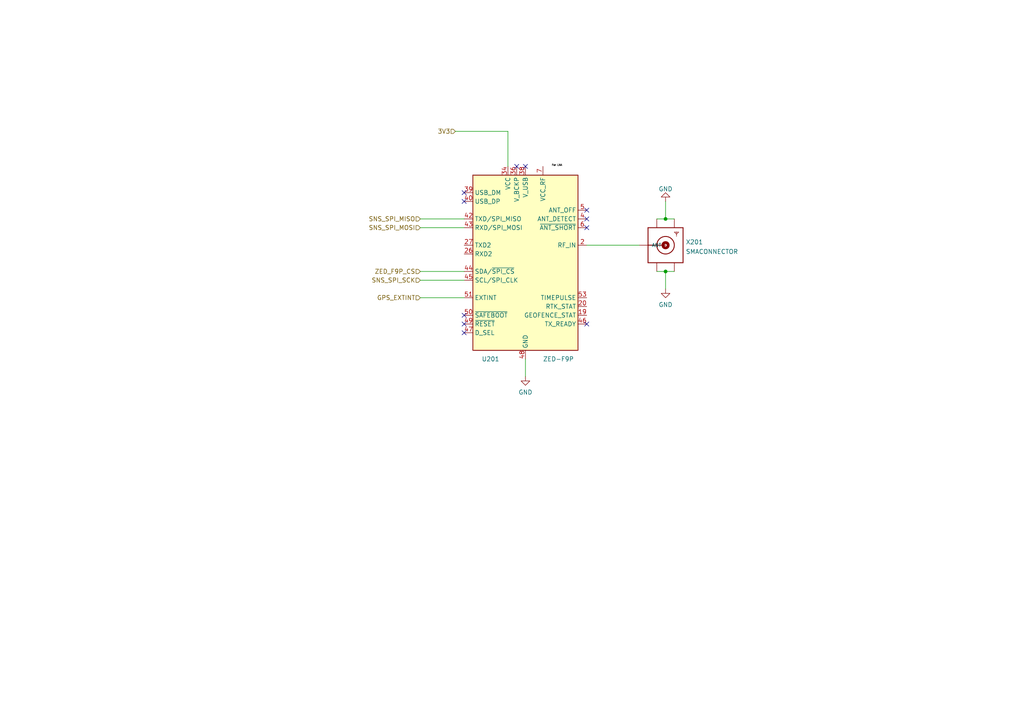
<source format=kicad_sch>
(kicad_sch (version 20211123) (generator eeschema)
  (paper "A4")
  (lib_symbols
    (symbol "RF_GPS:ZED-F9P"
      (property "Reference" "U" (at -13.97 26.67 0))
      (property "Value" "ZED-F9P" (at 11.43 26.67 0))
      (symbol "ZED-F9P_0_1"
        (rectangle (start -15.24 25.4) (end 15.24 -25.4) (stroke (width 0.254)) (fill (type background)))
      )
      (symbol "ZED-F9P_1_1"
        (pin passive line (at 0 -27.94 90) (length 2.54) hide (name "GND") (number "1"))
        (pin no_connect line (at -15.24 7.62 0) (length 2.54) hide (name "Reserved") (number "10"))
        (pin no_connect line (at -15.24 0 0) (length 2.54) hide (name "Reserved") (number "11"))
        (pin passive line (at 0 -27.94 90) (length 2.54) hide (name "GND") (number "12"))
        (pin no_connect line (at -15.24 -7.62 0) (length 2.54) hide (name "Reserved") (number "13"))
        (pin passive line (at 0 -27.94 90) (length 2.54) hide (name "GND") (number "14"))
        (pin no_connect line (at -15.24 -12.7 0) (length 2.54) hide (name "Reserved") (number "15"))
        (pin no_connect line (at -7.62 -25.4 90) (length 2.54) hide (name "Reserved") (number "16"))
        (pin no_connect line (at -5.08 -25.4 90) (length 2.54) hide (name "Reserved") (number "17"))
        (pin no_connect line (at -2.54 -25.4 90) (length 2.54) hide (name "Reserved") (number "18"))
        (pin output line (at 17.78 -15.24 180) (length 2.54) (name "GEOFENCE_STAT") (number "19"))
        (pin input line (at 17.78 5.08 180) (length 2.54) (name "RF_IN") (number "2"))
        (pin output line (at 17.78 -12.7 180) (length 2.54) (name "RTK_STAT") (number "20"))
        (pin no_connect line (at 2.54 -25.4 90) (length 2.54) hide (name "Reserved") (number "21"))
        (pin no_connect line (at 5.08 -25.4 90) (length 2.54) hide (name "Reserved") (number "22"))
        (pin no_connect line (at 7.62 -25.4 90) (length 2.54) hide (name "Reserved") (number "23"))
        (pin no_connect line (at 15.24 -7.62 180) (length 2.54) hide (name "Reserved") (number "24"))
        (pin no_connect line (at 15.24 -5.08 180) (length 2.54) hide (name "Reserved") (number "25"))
        (pin input line (at -17.78 2.54 0) (length 2.54) (name "RXD2") (number "26"))
        (pin output line (at -17.78 5.08 0) (length 2.54) (name "TXD2") (number "27"))
        (pin no_connect line (at 15.24 -2.54 180) (length 2.54) hide (name "Reserved") (number "28"))
        (pin no_connect line (at 15.24 0 180) (length 2.54) hide (name "Reserved") (number "29"))
        (pin passive line (at 0 -27.94 90) (length 2.54) hide (name "GND") (number "3"))
        (pin no_connect line (at 15.24 2.54 180) (length 2.54) hide (name "Reserved") (number "30"))
        (pin no_connect line (at 15.24 7.62 180) (length 2.54) hide (name "Reserved") (number "31"))
        (pin passive line (at 0 -27.94 90) (length 2.54) hide (name "GND") (number "32"))
        (pin passive line (at -5.08 27.94 270) (length 2.54) hide (name "VCC") (number "33"))
        (pin power_in line (at -5.08 27.94 270) (length 2.54) (name "VCC") (number "34"))
        (pin no_connect line (at 15.24 17.78 180) (length 2.54) hide (name "Reserved") (number "35"))
        (pin power_in line (at -2.54 27.94 270) (length 2.54) (name "V_BCKP") (number "36"))
        (pin passive line (at 0 -27.94 90) (length 2.54) hide (name "GND") (number "37"))
        (pin power_in line (at 0 27.94 270) (length 2.54) (name "V_USB") (number "38"))
        (pin bidirectional line (at -17.78 20.32 0) (length 2.54) (name "USB_DM") (number "39"))
        (pin input line (at 17.78 12.7 180) (length 2.54) (name "ANT_DETECT") (number "4"))
        (pin bidirectional line (at -17.78 17.78 0) (length 2.54) (name "USB_DP") (number "40"))
        (pin passive line (at 0 -27.94 90) (length 2.54) hide (name "GND") (number "41"))
        (pin output line (at -17.78 12.7 0) (length 2.54) (name "TXD/SPI_MISO") (number "42"))
        (pin input line (at -17.78 10.16 0) (length 2.54) (name "RXD/SPI_MOSI") (number "43"))
        (pin bidirectional line (at -17.78 -2.54 0) (length 2.54) (name "SDA/~{SPI_CS}") (number "44"))
        (pin bidirectional line (at -17.78 -5.08 0) (length 2.54) (name "SCL/SPI_CLK") (number "45"))
        (pin output line (at 17.78 -17.78 180) (length 2.54) (name "TX_READY") (number "46"))
        (pin input line (at -17.78 -20.32 0) (length 2.54) (name "D_SEL") (number "47"))
        (pin power_in line (at 0 -27.94 90) (length 2.54) (name "GND") (number "48"))
        (pin input line (at -17.78 -17.78 0) (length 2.54) (name "~{RESET}") (number "49"))
        (pin output line (at 17.78 15.24 180) (length 2.54) (name "ANT_OFF") (number "5"))
        (pin input line (at -17.78 -15.24 0) (length 2.54) (name "~{SAFEBOOT}") (number "50"))
        (pin input line (at -17.78 -10.16 0) (length 2.54) (name "EXTINT") (number "51"))
        (pin no_connect line (at 15.24 20.32 180) (length 2.54) hide (name "Reserved") (number "52"))
        (pin output line (at 17.78 -10.16 180) (length 2.54) (name "TIMEPULSE") (number "53"))
        (pin no_connect line (at 15.24 22.86 180) (length 2.54) hide (name "Reserved") (number "54"))
        (pin passive line (at 0 -27.94 90) (length 2.54) hide (name "GND") (number "55"))
        (pin input line (at 17.78 10.16 180) (length 2.54) (name "~{ANT_SHORT}") (number "6"))
        (pin power_out line (at 5.08 27.94 270) (length 2.54) (name "VCC_RF") (number "7"))
        (pin no_connect line (at -15.24 22.86 0) (length 2.54) hide (name "Reserved") (number "8"))
        (pin no_connect line (at -15.24 15.24 0) (length 2.54) hide (name "Reserved") (number "9"))
      )
    )
    (symbol "SENSOR_SUITE-rescue:SMACONNECTOR-SMACONNECTOR-SENSOR_SUITE-rescue" (pin_numbers hide) (pin_names (offset 1.016))
      (property "Reference" "X" (at 7.62 2.54 0))
      (property "Value" "SMACONNECTOR-SMACONNECTOR-SENSOR_SUITE-rescue" (at 7.62 0 0))
      (symbol "SMACONNECTOR-SMACONNECTOR-SENSOR_SUITE-rescue_0_0"
        (polyline (pts (xy -5.08 -5.08) (xy -5.08 0)) (stroke (width 0.254)))
        (polyline (pts (xy -5.08 0) (xy -5.08 5.08)) (stroke (width 0.254)))
        (polyline (pts (xy -5.08 0) (xy 0 0)) (stroke (width 0.254)))
        (polyline (pts (xy -5.08 5.08) (xy 5.08 5.08)) (stroke (width 0.254)))
        (polyline (pts (xy 2.54 3.81) (xy 3.175 3.81)) (stroke (width 0.127)))
        (polyline (pts (xy 3.175 3.175) (xy 2.54 3.81)) (stroke (width 0.127)))
        (polyline (pts (xy 3.175 3.81) (xy 3.175 2.54)) (stroke (width 0.127)))
        (polyline (pts (xy 3.175 3.81) (xy 3.81 3.81)) (stroke (width 0.127)))
        (polyline (pts (xy 3.81 3.81) (xy 3.175 3.175)) (stroke (width 0.127)))
        (polyline (pts (xy 5.08 -5.08) (xy -5.08 -5.08)) (stroke (width 0.254)))
        (polyline (pts (xy 5.08 5.08) (xy 5.08 -5.08)) (stroke (width 0.254)))
        (circle (center 0 0) (radius 0.3556) (stroke (width 0.8128)))
        (circle (center 0 0) (radius 2.54) (stroke (width 0.254)))
        (pin bidirectional line (at -7.62 0 0) (length 2.54) (name "ANT") (number "ANTENNA"))
        (pin power_in line (at -2.54 7.62 270) (length 2.54) (name "~") (number "GND1"))
        (pin power_in line (at 2.54 7.62 270) (length 2.54) (name "~") (number "GND2"))
        (pin power_in line (at -2.54 -7.62 90) (length 2.54) (name "~") (number "GND3"))
        (pin power_in line (at 2.54 -7.62 90) (length 2.54) (name "~") (number "GND4"))
      )
    )
    (symbol "power:GND" (power) (pin_names (offset 0))
      (property "Value" "GND" (at 0 -3.81 0))
      (symbol "GND_0_1"
        (polyline (pts (xy 0 0) (xy 0 -1.27) (xy 1.27 -1.27) (xy 0 -2.54) (xy -1.27 -1.27) (xy 0 -1.27)))
      )
      (symbol "GND_1_1"
        (pin power_in line (at 0 0 270) (length 0) hide (name "GND") (number "1"))
      )
    )
  )
  (junction (at 193.04 63.5))
  (junction (at 193.04 78.74))
  (no_connect (at 149.86 48.26))
  (no_connect (at 170.18 93.98))
  (no_connect (at 134.62 91.44))
  (no_connect (at 134.62 93.98))
  (no_connect (at 134.62 96.52))
  (no_connect (at 152.4 48.26))
  (no_connect (at 134.62 55.88))
  (no_connect (at 134.62 58.42))
  (no_connect (at 170.18 60.96))
  (no_connect (at 170.18 63.5))
  (no_connect (at 170.18 66.04))
  (wire (pts (xy 190.5 78.74) (xy 193.04 78.74)))
  (wire (pts (xy 152.4 104.14) (xy 152.4 109.22)))
  (wire (pts (xy 193.04 58.42) (xy 193.04 63.5)))
  (wire (pts (xy 170.18 71.12) (xy 185.42 71.12)))
  (wire (pts (xy 121.92 86.36) (xy 134.62 86.36)))
  (wire (pts (xy 193.04 63.5) (xy 195.58 63.5)))
  (wire (pts (xy 121.92 81.28) (xy 134.62 81.28)))
  (wire (pts (xy 121.92 78.74) (xy 134.62 78.74)))
  (wire (pts (xy 132.08 38.1) (xy 147.32 38.1)))
  (wire (pts (xy 190.5 63.5) (xy 193.04 63.5)))
  (wire (pts (xy 147.32 48.26) (xy 147.32 38.1)))
  (wire (pts (xy 121.92 66.04) (xy 134.62 66.04)))
  (wire (pts (xy 193.04 78.74) (xy 195.58 78.74)))
  (wire (pts (xy 121.92 63.5) (xy 134.62 63.5)))
  (wire (pts (xy 193.04 78.74) (xy 193.04 83.82)))
  (label "For LNA" (at 160.02 48.26 0) (effects (font (size 0.5 0.5))))
  (hierarchical_label "SNS_SPI_MISO" (shape input) (at 121.92 63.5 180))
  (hierarchical_label "SNS_SPI_SCK" (shape input) (at 121.92 81.28 180))
  (hierarchical_label "GPS_EXTINT" (shape input) (at 121.92 86.36 180))
  (hierarchical_label "SNS_SPI_MOSI" (shape input) (at 121.92 66.04 180))
  (hierarchical_label "ZED_F9P_CS" (shape input) (at 121.92 78.74 180))
  (hierarchical_label "3V3" (shape input) (at 132.08 38.1 180))
  (symbol (lib_id "power:GND") (at 193.04 58.42 180) (unit 1)
    (property "Reference" "#PWR0202" (effects hide))
    (property "Value" "GND" (at 193.04 54.8155 0))
  )
  (symbol (lib_id "power:GND") (at 193.04 83.82 0) (unit 1)
    (property "Reference" "#PWR0203" (effects hide))
    (property "Value" "GND" (at 193.04 88.3825 0))
  )
  (symbol (lib_id "SENSOR_SUITE-rescue:SMACONNECTOR-SMACONNECTOR-SENSOR_SUITE-rescue") (at 193.04 71.12 0) (unit 1)
    (property "Reference" "X201" (at 198.882 70.2115 0) (effects (justify left)))
    (property "Value" "SMACONNECTOR" (at 198.882 72.9866 0) (effects (justify left)))
  )
  (symbol (lib_id "RF_GPS:ZED-F9P") (at 152.4 76.2 0) (unit 1)
    (property "Reference" "U201" (at 139.7 104.14 0) (effects (justify left)))
    (property "Value" "ZED-F9P" (at 157.48 104.14 0) (effects (justify left)))
    (property "Footprint" "RF_GPS:ublox_ZED" (effects hide))
    (property "Datasheet" "https://www.u-blox.com/sites/default/files/ZED-F9P_DataSheet_%28UBX-17051259%29.pdf" (effects hide))
  )
  (symbol (lib_id "power:GND") (at 152.4 109.22 0) (unit 1)
    (property "Reference" "#PWR0201" (effects hide))
    (property "Value" "GND" (at 152.4 113.7825 0))
  )
)
</source>
